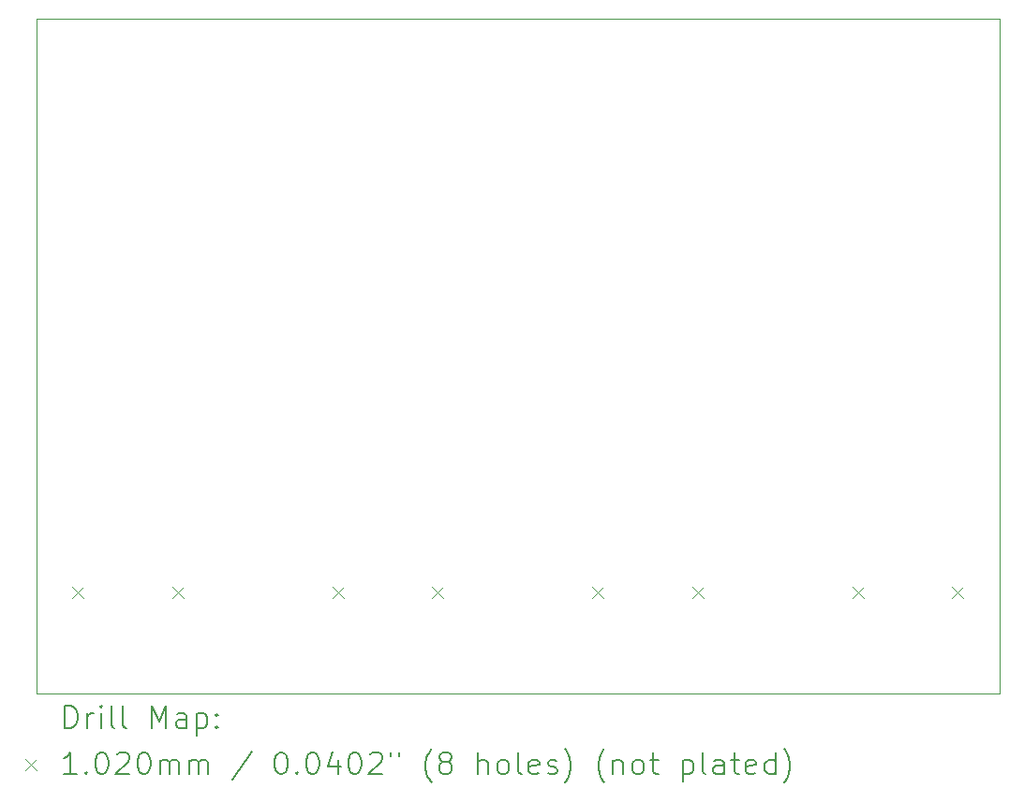
<source format=gbr>
%TF.GenerationSoftware,KiCad,Pcbnew,9.0.0*%
%TF.CreationDate,2025-04-09T17:39:04-07:00*%
%TF.ProjectId,Load Cell Amp Board,4c6f6164-2043-4656-9c6c-20416d702042,rev?*%
%TF.SameCoordinates,Original*%
%TF.FileFunction,Drillmap*%
%TF.FilePolarity,Positive*%
%FSLAX45Y45*%
G04 Gerber Fmt 4.5, Leading zero omitted, Abs format (unit mm)*
G04 Created by KiCad (PCBNEW 9.0.0) date 2025-04-09 17:39:04*
%MOMM*%
%LPD*%
G01*
G04 APERTURE LIST*
%ADD10C,0.050000*%
%ADD11C,0.200000*%
%ADD12C,0.102000*%
G04 APERTURE END LIST*
D10*
X11180544Y-7579456D02*
X19880544Y-7579456D01*
X19880544Y-13679456D01*
X11180544Y-13679456D01*
X11180544Y-7579456D01*
D11*
D12*
X11504544Y-12720544D02*
X11606544Y-12822544D01*
X11606544Y-12720544D02*
X11504544Y-12822544D01*
X12404544Y-12720544D02*
X12506544Y-12822544D01*
X12506544Y-12720544D02*
X12404544Y-12822544D01*
X13854544Y-12720544D02*
X13956544Y-12822544D01*
X13956544Y-12720544D02*
X13854544Y-12822544D01*
X14754544Y-12720544D02*
X14856544Y-12822544D01*
X14856544Y-12720544D02*
X14754544Y-12822544D01*
X16204544Y-12720544D02*
X16306544Y-12822544D01*
X16306544Y-12720544D02*
X16204544Y-12822544D01*
X17104544Y-12720544D02*
X17206544Y-12822544D01*
X17206544Y-12720544D02*
X17104544Y-12822544D01*
X18554544Y-12720544D02*
X18656544Y-12822544D01*
X18656544Y-12720544D02*
X18554544Y-12822544D01*
X19454544Y-12720544D02*
X19556544Y-12822544D01*
X19556544Y-12720544D02*
X19454544Y-12822544D01*
D11*
X11438820Y-13993440D02*
X11438820Y-13793440D01*
X11438820Y-13793440D02*
X11486439Y-13793440D01*
X11486439Y-13793440D02*
X11515011Y-13802964D01*
X11515011Y-13802964D02*
X11534059Y-13822011D01*
X11534059Y-13822011D02*
X11543582Y-13841059D01*
X11543582Y-13841059D02*
X11553106Y-13879154D01*
X11553106Y-13879154D02*
X11553106Y-13907726D01*
X11553106Y-13907726D02*
X11543582Y-13945821D01*
X11543582Y-13945821D02*
X11534059Y-13964868D01*
X11534059Y-13964868D02*
X11515011Y-13983916D01*
X11515011Y-13983916D02*
X11486439Y-13993440D01*
X11486439Y-13993440D02*
X11438820Y-13993440D01*
X11638820Y-13993440D02*
X11638820Y-13860107D01*
X11638820Y-13898202D02*
X11648344Y-13879154D01*
X11648344Y-13879154D02*
X11657868Y-13869630D01*
X11657868Y-13869630D02*
X11676916Y-13860107D01*
X11676916Y-13860107D02*
X11695963Y-13860107D01*
X11762630Y-13993440D02*
X11762630Y-13860107D01*
X11762630Y-13793440D02*
X11753106Y-13802964D01*
X11753106Y-13802964D02*
X11762630Y-13812488D01*
X11762630Y-13812488D02*
X11772154Y-13802964D01*
X11772154Y-13802964D02*
X11762630Y-13793440D01*
X11762630Y-13793440D02*
X11762630Y-13812488D01*
X11886439Y-13993440D02*
X11867392Y-13983916D01*
X11867392Y-13983916D02*
X11857868Y-13964868D01*
X11857868Y-13964868D02*
X11857868Y-13793440D01*
X11991201Y-13993440D02*
X11972154Y-13983916D01*
X11972154Y-13983916D02*
X11962630Y-13964868D01*
X11962630Y-13964868D02*
X11962630Y-13793440D01*
X12219773Y-13993440D02*
X12219773Y-13793440D01*
X12219773Y-13793440D02*
X12286440Y-13936297D01*
X12286440Y-13936297D02*
X12353106Y-13793440D01*
X12353106Y-13793440D02*
X12353106Y-13993440D01*
X12534059Y-13993440D02*
X12534059Y-13888678D01*
X12534059Y-13888678D02*
X12524535Y-13869630D01*
X12524535Y-13869630D02*
X12505487Y-13860107D01*
X12505487Y-13860107D02*
X12467392Y-13860107D01*
X12467392Y-13860107D02*
X12448344Y-13869630D01*
X12534059Y-13983916D02*
X12515011Y-13993440D01*
X12515011Y-13993440D02*
X12467392Y-13993440D01*
X12467392Y-13993440D02*
X12448344Y-13983916D01*
X12448344Y-13983916D02*
X12438820Y-13964868D01*
X12438820Y-13964868D02*
X12438820Y-13945821D01*
X12438820Y-13945821D02*
X12448344Y-13926773D01*
X12448344Y-13926773D02*
X12467392Y-13917249D01*
X12467392Y-13917249D02*
X12515011Y-13917249D01*
X12515011Y-13917249D02*
X12534059Y-13907726D01*
X12629297Y-13860107D02*
X12629297Y-14060107D01*
X12629297Y-13869630D02*
X12648344Y-13860107D01*
X12648344Y-13860107D02*
X12686440Y-13860107D01*
X12686440Y-13860107D02*
X12705487Y-13869630D01*
X12705487Y-13869630D02*
X12715011Y-13879154D01*
X12715011Y-13879154D02*
X12724535Y-13898202D01*
X12724535Y-13898202D02*
X12724535Y-13955345D01*
X12724535Y-13955345D02*
X12715011Y-13974392D01*
X12715011Y-13974392D02*
X12705487Y-13983916D01*
X12705487Y-13983916D02*
X12686440Y-13993440D01*
X12686440Y-13993440D02*
X12648344Y-13993440D01*
X12648344Y-13993440D02*
X12629297Y-13983916D01*
X12810249Y-13974392D02*
X12819773Y-13983916D01*
X12819773Y-13983916D02*
X12810249Y-13993440D01*
X12810249Y-13993440D02*
X12800725Y-13983916D01*
X12800725Y-13983916D02*
X12810249Y-13974392D01*
X12810249Y-13974392D02*
X12810249Y-13993440D01*
X12810249Y-13869630D02*
X12819773Y-13879154D01*
X12819773Y-13879154D02*
X12810249Y-13888678D01*
X12810249Y-13888678D02*
X12800725Y-13879154D01*
X12800725Y-13879154D02*
X12810249Y-13869630D01*
X12810249Y-13869630D02*
X12810249Y-13888678D01*
D12*
X11076044Y-14270956D02*
X11178044Y-14372956D01*
X11178044Y-14270956D02*
X11076044Y-14372956D01*
D11*
X11543582Y-14413440D02*
X11429297Y-14413440D01*
X11486439Y-14413440D02*
X11486439Y-14213440D01*
X11486439Y-14213440D02*
X11467392Y-14242011D01*
X11467392Y-14242011D02*
X11448344Y-14261059D01*
X11448344Y-14261059D02*
X11429297Y-14270583D01*
X11629297Y-14394392D02*
X11638820Y-14403916D01*
X11638820Y-14403916D02*
X11629297Y-14413440D01*
X11629297Y-14413440D02*
X11619773Y-14403916D01*
X11619773Y-14403916D02*
X11629297Y-14394392D01*
X11629297Y-14394392D02*
X11629297Y-14413440D01*
X11762630Y-14213440D02*
X11781678Y-14213440D01*
X11781678Y-14213440D02*
X11800725Y-14222964D01*
X11800725Y-14222964D02*
X11810249Y-14232488D01*
X11810249Y-14232488D02*
X11819773Y-14251535D01*
X11819773Y-14251535D02*
X11829297Y-14289630D01*
X11829297Y-14289630D02*
X11829297Y-14337249D01*
X11829297Y-14337249D02*
X11819773Y-14375345D01*
X11819773Y-14375345D02*
X11810249Y-14394392D01*
X11810249Y-14394392D02*
X11800725Y-14403916D01*
X11800725Y-14403916D02*
X11781678Y-14413440D01*
X11781678Y-14413440D02*
X11762630Y-14413440D01*
X11762630Y-14413440D02*
X11743582Y-14403916D01*
X11743582Y-14403916D02*
X11734059Y-14394392D01*
X11734059Y-14394392D02*
X11724535Y-14375345D01*
X11724535Y-14375345D02*
X11715011Y-14337249D01*
X11715011Y-14337249D02*
X11715011Y-14289630D01*
X11715011Y-14289630D02*
X11724535Y-14251535D01*
X11724535Y-14251535D02*
X11734059Y-14232488D01*
X11734059Y-14232488D02*
X11743582Y-14222964D01*
X11743582Y-14222964D02*
X11762630Y-14213440D01*
X11905487Y-14232488D02*
X11915011Y-14222964D01*
X11915011Y-14222964D02*
X11934059Y-14213440D01*
X11934059Y-14213440D02*
X11981678Y-14213440D01*
X11981678Y-14213440D02*
X12000725Y-14222964D01*
X12000725Y-14222964D02*
X12010249Y-14232488D01*
X12010249Y-14232488D02*
X12019773Y-14251535D01*
X12019773Y-14251535D02*
X12019773Y-14270583D01*
X12019773Y-14270583D02*
X12010249Y-14299154D01*
X12010249Y-14299154D02*
X11895963Y-14413440D01*
X11895963Y-14413440D02*
X12019773Y-14413440D01*
X12143582Y-14213440D02*
X12162630Y-14213440D01*
X12162630Y-14213440D02*
X12181678Y-14222964D01*
X12181678Y-14222964D02*
X12191201Y-14232488D01*
X12191201Y-14232488D02*
X12200725Y-14251535D01*
X12200725Y-14251535D02*
X12210249Y-14289630D01*
X12210249Y-14289630D02*
X12210249Y-14337249D01*
X12210249Y-14337249D02*
X12200725Y-14375345D01*
X12200725Y-14375345D02*
X12191201Y-14394392D01*
X12191201Y-14394392D02*
X12181678Y-14403916D01*
X12181678Y-14403916D02*
X12162630Y-14413440D01*
X12162630Y-14413440D02*
X12143582Y-14413440D01*
X12143582Y-14413440D02*
X12124535Y-14403916D01*
X12124535Y-14403916D02*
X12115011Y-14394392D01*
X12115011Y-14394392D02*
X12105487Y-14375345D01*
X12105487Y-14375345D02*
X12095963Y-14337249D01*
X12095963Y-14337249D02*
X12095963Y-14289630D01*
X12095963Y-14289630D02*
X12105487Y-14251535D01*
X12105487Y-14251535D02*
X12115011Y-14232488D01*
X12115011Y-14232488D02*
X12124535Y-14222964D01*
X12124535Y-14222964D02*
X12143582Y-14213440D01*
X12295963Y-14413440D02*
X12295963Y-14280107D01*
X12295963Y-14299154D02*
X12305487Y-14289630D01*
X12305487Y-14289630D02*
X12324535Y-14280107D01*
X12324535Y-14280107D02*
X12353106Y-14280107D01*
X12353106Y-14280107D02*
X12372154Y-14289630D01*
X12372154Y-14289630D02*
X12381678Y-14308678D01*
X12381678Y-14308678D02*
X12381678Y-14413440D01*
X12381678Y-14308678D02*
X12391201Y-14289630D01*
X12391201Y-14289630D02*
X12410249Y-14280107D01*
X12410249Y-14280107D02*
X12438820Y-14280107D01*
X12438820Y-14280107D02*
X12457868Y-14289630D01*
X12457868Y-14289630D02*
X12467392Y-14308678D01*
X12467392Y-14308678D02*
X12467392Y-14413440D01*
X12562630Y-14413440D02*
X12562630Y-14280107D01*
X12562630Y-14299154D02*
X12572154Y-14289630D01*
X12572154Y-14289630D02*
X12591201Y-14280107D01*
X12591201Y-14280107D02*
X12619773Y-14280107D01*
X12619773Y-14280107D02*
X12638821Y-14289630D01*
X12638821Y-14289630D02*
X12648344Y-14308678D01*
X12648344Y-14308678D02*
X12648344Y-14413440D01*
X12648344Y-14308678D02*
X12657868Y-14289630D01*
X12657868Y-14289630D02*
X12676916Y-14280107D01*
X12676916Y-14280107D02*
X12705487Y-14280107D01*
X12705487Y-14280107D02*
X12724535Y-14289630D01*
X12724535Y-14289630D02*
X12734059Y-14308678D01*
X12734059Y-14308678D02*
X12734059Y-14413440D01*
X13124535Y-14203916D02*
X12953106Y-14461059D01*
X13381678Y-14213440D02*
X13400725Y-14213440D01*
X13400725Y-14213440D02*
X13419773Y-14222964D01*
X13419773Y-14222964D02*
X13429297Y-14232488D01*
X13429297Y-14232488D02*
X13438821Y-14251535D01*
X13438821Y-14251535D02*
X13448344Y-14289630D01*
X13448344Y-14289630D02*
X13448344Y-14337249D01*
X13448344Y-14337249D02*
X13438821Y-14375345D01*
X13438821Y-14375345D02*
X13429297Y-14394392D01*
X13429297Y-14394392D02*
X13419773Y-14403916D01*
X13419773Y-14403916D02*
X13400725Y-14413440D01*
X13400725Y-14413440D02*
X13381678Y-14413440D01*
X13381678Y-14413440D02*
X13362630Y-14403916D01*
X13362630Y-14403916D02*
X13353106Y-14394392D01*
X13353106Y-14394392D02*
X13343583Y-14375345D01*
X13343583Y-14375345D02*
X13334059Y-14337249D01*
X13334059Y-14337249D02*
X13334059Y-14289630D01*
X13334059Y-14289630D02*
X13343583Y-14251535D01*
X13343583Y-14251535D02*
X13353106Y-14232488D01*
X13353106Y-14232488D02*
X13362630Y-14222964D01*
X13362630Y-14222964D02*
X13381678Y-14213440D01*
X13534059Y-14394392D02*
X13543583Y-14403916D01*
X13543583Y-14403916D02*
X13534059Y-14413440D01*
X13534059Y-14413440D02*
X13524535Y-14403916D01*
X13524535Y-14403916D02*
X13534059Y-14394392D01*
X13534059Y-14394392D02*
X13534059Y-14413440D01*
X13667392Y-14213440D02*
X13686440Y-14213440D01*
X13686440Y-14213440D02*
X13705487Y-14222964D01*
X13705487Y-14222964D02*
X13715011Y-14232488D01*
X13715011Y-14232488D02*
X13724535Y-14251535D01*
X13724535Y-14251535D02*
X13734059Y-14289630D01*
X13734059Y-14289630D02*
X13734059Y-14337249D01*
X13734059Y-14337249D02*
X13724535Y-14375345D01*
X13724535Y-14375345D02*
X13715011Y-14394392D01*
X13715011Y-14394392D02*
X13705487Y-14403916D01*
X13705487Y-14403916D02*
X13686440Y-14413440D01*
X13686440Y-14413440D02*
X13667392Y-14413440D01*
X13667392Y-14413440D02*
X13648344Y-14403916D01*
X13648344Y-14403916D02*
X13638821Y-14394392D01*
X13638821Y-14394392D02*
X13629297Y-14375345D01*
X13629297Y-14375345D02*
X13619773Y-14337249D01*
X13619773Y-14337249D02*
X13619773Y-14289630D01*
X13619773Y-14289630D02*
X13629297Y-14251535D01*
X13629297Y-14251535D02*
X13638821Y-14232488D01*
X13638821Y-14232488D02*
X13648344Y-14222964D01*
X13648344Y-14222964D02*
X13667392Y-14213440D01*
X13905487Y-14280107D02*
X13905487Y-14413440D01*
X13857868Y-14203916D02*
X13810249Y-14346773D01*
X13810249Y-14346773D02*
X13934059Y-14346773D01*
X14048344Y-14213440D02*
X14067392Y-14213440D01*
X14067392Y-14213440D02*
X14086440Y-14222964D01*
X14086440Y-14222964D02*
X14095964Y-14232488D01*
X14095964Y-14232488D02*
X14105487Y-14251535D01*
X14105487Y-14251535D02*
X14115011Y-14289630D01*
X14115011Y-14289630D02*
X14115011Y-14337249D01*
X14115011Y-14337249D02*
X14105487Y-14375345D01*
X14105487Y-14375345D02*
X14095964Y-14394392D01*
X14095964Y-14394392D02*
X14086440Y-14403916D01*
X14086440Y-14403916D02*
X14067392Y-14413440D01*
X14067392Y-14413440D02*
X14048344Y-14413440D01*
X14048344Y-14413440D02*
X14029297Y-14403916D01*
X14029297Y-14403916D02*
X14019773Y-14394392D01*
X14019773Y-14394392D02*
X14010249Y-14375345D01*
X14010249Y-14375345D02*
X14000725Y-14337249D01*
X14000725Y-14337249D02*
X14000725Y-14289630D01*
X14000725Y-14289630D02*
X14010249Y-14251535D01*
X14010249Y-14251535D02*
X14019773Y-14232488D01*
X14019773Y-14232488D02*
X14029297Y-14222964D01*
X14029297Y-14222964D02*
X14048344Y-14213440D01*
X14191202Y-14232488D02*
X14200725Y-14222964D01*
X14200725Y-14222964D02*
X14219773Y-14213440D01*
X14219773Y-14213440D02*
X14267392Y-14213440D01*
X14267392Y-14213440D02*
X14286440Y-14222964D01*
X14286440Y-14222964D02*
X14295964Y-14232488D01*
X14295964Y-14232488D02*
X14305487Y-14251535D01*
X14305487Y-14251535D02*
X14305487Y-14270583D01*
X14305487Y-14270583D02*
X14295964Y-14299154D01*
X14295964Y-14299154D02*
X14181678Y-14413440D01*
X14181678Y-14413440D02*
X14305487Y-14413440D01*
X14381678Y-14213440D02*
X14381678Y-14251535D01*
X14457868Y-14213440D02*
X14457868Y-14251535D01*
X14753107Y-14489630D02*
X14743583Y-14480107D01*
X14743583Y-14480107D02*
X14724535Y-14451535D01*
X14724535Y-14451535D02*
X14715011Y-14432488D01*
X14715011Y-14432488D02*
X14705487Y-14403916D01*
X14705487Y-14403916D02*
X14695964Y-14356297D01*
X14695964Y-14356297D02*
X14695964Y-14318202D01*
X14695964Y-14318202D02*
X14705487Y-14270583D01*
X14705487Y-14270583D02*
X14715011Y-14242011D01*
X14715011Y-14242011D02*
X14724535Y-14222964D01*
X14724535Y-14222964D02*
X14743583Y-14194392D01*
X14743583Y-14194392D02*
X14753107Y-14184868D01*
X14857868Y-14299154D02*
X14838821Y-14289630D01*
X14838821Y-14289630D02*
X14829297Y-14280107D01*
X14829297Y-14280107D02*
X14819773Y-14261059D01*
X14819773Y-14261059D02*
X14819773Y-14251535D01*
X14819773Y-14251535D02*
X14829297Y-14232488D01*
X14829297Y-14232488D02*
X14838821Y-14222964D01*
X14838821Y-14222964D02*
X14857868Y-14213440D01*
X14857868Y-14213440D02*
X14895964Y-14213440D01*
X14895964Y-14213440D02*
X14915011Y-14222964D01*
X14915011Y-14222964D02*
X14924535Y-14232488D01*
X14924535Y-14232488D02*
X14934059Y-14251535D01*
X14934059Y-14251535D02*
X14934059Y-14261059D01*
X14934059Y-14261059D02*
X14924535Y-14280107D01*
X14924535Y-14280107D02*
X14915011Y-14289630D01*
X14915011Y-14289630D02*
X14895964Y-14299154D01*
X14895964Y-14299154D02*
X14857868Y-14299154D01*
X14857868Y-14299154D02*
X14838821Y-14308678D01*
X14838821Y-14308678D02*
X14829297Y-14318202D01*
X14829297Y-14318202D02*
X14819773Y-14337249D01*
X14819773Y-14337249D02*
X14819773Y-14375345D01*
X14819773Y-14375345D02*
X14829297Y-14394392D01*
X14829297Y-14394392D02*
X14838821Y-14403916D01*
X14838821Y-14403916D02*
X14857868Y-14413440D01*
X14857868Y-14413440D02*
X14895964Y-14413440D01*
X14895964Y-14413440D02*
X14915011Y-14403916D01*
X14915011Y-14403916D02*
X14924535Y-14394392D01*
X14924535Y-14394392D02*
X14934059Y-14375345D01*
X14934059Y-14375345D02*
X14934059Y-14337249D01*
X14934059Y-14337249D02*
X14924535Y-14318202D01*
X14924535Y-14318202D02*
X14915011Y-14308678D01*
X14915011Y-14308678D02*
X14895964Y-14299154D01*
X15172154Y-14413440D02*
X15172154Y-14213440D01*
X15257868Y-14413440D02*
X15257868Y-14308678D01*
X15257868Y-14308678D02*
X15248345Y-14289630D01*
X15248345Y-14289630D02*
X15229297Y-14280107D01*
X15229297Y-14280107D02*
X15200726Y-14280107D01*
X15200726Y-14280107D02*
X15181678Y-14289630D01*
X15181678Y-14289630D02*
X15172154Y-14299154D01*
X15381678Y-14413440D02*
X15362630Y-14403916D01*
X15362630Y-14403916D02*
X15353107Y-14394392D01*
X15353107Y-14394392D02*
X15343583Y-14375345D01*
X15343583Y-14375345D02*
X15343583Y-14318202D01*
X15343583Y-14318202D02*
X15353107Y-14299154D01*
X15353107Y-14299154D02*
X15362630Y-14289630D01*
X15362630Y-14289630D02*
X15381678Y-14280107D01*
X15381678Y-14280107D02*
X15410249Y-14280107D01*
X15410249Y-14280107D02*
X15429297Y-14289630D01*
X15429297Y-14289630D02*
X15438821Y-14299154D01*
X15438821Y-14299154D02*
X15448345Y-14318202D01*
X15448345Y-14318202D02*
X15448345Y-14375345D01*
X15448345Y-14375345D02*
X15438821Y-14394392D01*
X15438821Y-14394392D02*
X15429297Y-14403916D01*
X15429297Y-14403916D02*
X15410249Y-14413440D01*
X15410249Y-14413440D02*
X15381678Y-14413440D01*
X15562630Y-14413440D02*
X15543583Y-14403916D01*
X15543583Y-14403916D02*
X15534059Y-14384868D01*
X15534059Y-14384868D02*
X15534059Y-14213440D01*
X15715011Y-14403916D02*
X15695964Y-14413440D01*
X15695964Y-14413440D02*
X15657868Y-14413440D01*
X15657868Y-14413440D02*
X15638821Y-14403916D01*
X15638821Y-14403916D02*
X15629297Y-14384868D01*
X15629297Y-14384868D02*
X15629297Y-14308678D01*
X15629297Y-14308678D02*
X15638821Y-14289630D01*
X15638821Y-14289630D02*
X15657868Y-14280107D01*
X15657868Y-14280107D02*
X15695964Y-14280107D01*
X15695964Y-14280107D02*
X15715011Y-14289630D01*
X15715011Y-14289630D02*
X15724535Y-14308678D01*
X15724535Y-14308678D02*
X15724535Y-14327726D01*
X15724535Y-14327726D02*
X15629297Y-14346773D01*
X15800726Y-14403916D02*
X15819773Y-14413440D01*
X15819773Y-14413440D02*
X15857868Y-14413440D01*
X15857868Y-14413440D02*
X15876916Y-14403916D01*
X15876916Y-14403916D02*
X15886440Y-14384868D01*
X15886440Y-14384868D02*
X15886440Y-14375345D01*
X15886440Y-14375345D02*
X15876916Y-14356297D01*
X15876916Y-14356297D02*
X15857868Y-14346773D01*
X15857868Y-14346773D02*
X15829297Y-14346773D01*
X15829297Y-14346773D02*
X15810249Y-14337249D01*
X15810249Y-14337249D02*
X15800726Y-14318202D01*
X15800726Y-14318202D02*
X15800726Y-14308678D01*
X15800726Y-14308678D02*
X15810249Y-14289630D01*
X15810249Y-14289630D02*
X15829297Y-14280107D01*
X15829297Y-14280107D02*
X15857868Y-14280107D01*
X15857868Y-14280107D02*
X15876916Y-14289630D01*
X15953107Y-14489630D02*
X15962630Y-14480107D01*
X15962630Y-14480107D02*
X15981678Y-14451535D01*
X15981678Y-14451535D02*
X15991202Y-14432488D01*
X15991202Y-14432488D02*
X16000726Y-14403916D01*
X16000726Y-14403916D02*
X16010249Y-14356297D01*
X16010249Y-14356297D02*
X16010249Y-14318202D01*
X16010249Y-14318202D02*
X16000726Y-14270583D01*
X16000726Y-14270583D02*
X15991202Y-14242011D01*
X15991202Y-14242011D02*
X15981678Y-14222964D01*
X15981678Y-14222964D02*
X15962630Y-14194392D01*
X15962630Y-14194392D02*
X15953107Y-14184868D01*
X16315011Y-14489630D02*
X16305488Y-14480107D01*
X16305488Y-14480107D02*
X16286440Y-14451535D01*
X16286440Y-14451535D02*
X16276916Y-14432488D01*
X16276916Y-14432488D02*
X16267392Y-14403916D01*
X16267392Y-14403916D02*
X16257869Y-14356297D01*
X16257869Y-14356297D02*
X16257869Y-14318202D01*
X16257869Y-14318202D02*
X16267392Y-14270583D01*
X16267392Y-14270583D02*
X16276916Y-14242011D01*
X16276916Y-14242011D02*
X16286440Y-14222964D01*
X16286440Y-14222964D02*
X16305488Y-14194392D01*
X16305488Y-14194392D02*
X16315011Y-14184868D01*
X16391202Y-14280107D02*
X16391202Y-14413440D01*
X16391202Y-14299154D02*
X16400726Y-14289630D01*
X16400726Y-14289630D02*
X16419773Y-14280107D01*
X16419773Y-14280107D02*
X16448345Y-14280107D01*
X16448345Y-14280107D02*
X16467392Y-14289630D01*
X16467392Y-14289630D02*
X16476916Y-14308678D01*
X16476916Y-14308678D02*
X16476916Y-14413440D01*
X16600726Y-14413440D02*
X16581678Y-14403916D01*
X16581678Y-14403916D02*
X16572154Y-14394392D01*
X16572154Y-14394392D02*
X16562630Y-14375345D01*
X16562630Y-14375345D02*
X16562630Y-14318202D01*
X16562630Y-14318202D02*
X16572154Y-14299154D01*
X16572154Y-14299154D02*
X16581678Y-14289630D01*
X16581678Y-14289630D02*
X16600726Y-14280107D01*
X16600726Y-14280107D02*
X16629297Y-14280107D01*
X16629297Y-14280107D02*
X16648345Y-14289630D01*
X16648345Y-14289630D02*
X16657869Y-14299154D01*
X16657869Y-14299154D02*
X16667392Y-14318202D01*
X16667392Y-14318202D02*
X16667392Y-14375345D01*
X16667392Y-14375345D02*
X16657869Y-14394392D01*
X16657869Y-14394392D02*
X16648345Y-14403916D01*
X16648345Y-14403916D02*
X16629297Y-14413440D01*
X16629297Y-14413440D02*
X16600726Y-14413440D01*
X16724535Y-14280107D02*
X16800726Y-14280107D01*
X16753107Y-14213440D02*
X16753107Y-14384868D01*
X16753107Y-14384868D02*
X16762630Y-14403916D01*
X16762630Y-14403916D02*
X16781678Y-14413440D01*
X16781678Y-14413440D02*
X16800726Y-14413440D01*
X17019773Y-14280107D02*
X17019773Y-14480107D01*
X17019773Y-14289630D02*
X17038821Y-14280107D01*
X17038821Y-14280107D02*
X17076916Y-14280107D01*
X17076916Y-14280107D02*
X17095964Y-14289630D01*
X17095964Y-14289630D02*
X17105488Y-14299154D01*
X17105488Y-14299154D02*
X17115012Y-14318202D01*
X17115012Y-14318202D02*
X17115012Y-14375345D01*
X17115012Y-14375345D02*
X17105488Y-14394392D01*
X17105488Y-14394392D02*
X17095964Y-14403916D01*
X17095964Y-14403916D02*
X17076916Y-14413440D01*
X17076916Y-14413440D02*
X17038821Y-14413440D01*
X17038821Y-14413440D02*
X17019773Y-14403916D01*
X17229297Y-14413440D02*
X17210250Y-14403916D01*
X17210250Y-14403916D02*
X17200726Y-14384868D01*
X17200726Y-14384868D02*
X17200726Y-14213440D01*
X17391202Y-14413440D02*
X17391202Y-14308678D01*
X17391202Y-14308678D02*
X17381678Y-14289630D01*
X17381678Y-14289630D02*
X17362631Y-14280107D01*
X17362631Y-14280107D02*
X17324535Y-14280107D01*
X17324535Y-14280107D02*
X17305488Y-14289630D01*
X17391202Y-14403916D02*
X17372154Y-14413440D01*
X17372154Y-14413440D02*
X17324535Y-14413440D01*
X17324535Y-14413440D02*
X17305488Y-14403916D01*
X17305488Y-14403916D02*
X17295964Y-14384868D01*
X17295964Y-14384868D02*
X17295964Y-14365821D01*
X17295964Y-14365821D02*
X17305488Y-14346773D01*
X17305488Y-14346773D02*
X17324535Y-14337249D01*
X17324535Y-14337249D02*
X17372154Y-14337249D01*
X17372154Y-14337249D02*
X17391202Y-14327726D01*
X17457869Y-14280107D02*
X17534059Y-14280107D01*
X17486440Y-14213440D02*
X17486440Y-14384868D01*
X17486440Y-14384868D02*
X17495964Y-14403916D01*
X17495964Y-14403916D02*
X17515012Y-14413440D01*
X17515012Y-14413440D02*
X17534059Y-14413440D01*
X17676916Y-14403916D02*
X17657869Y-14413440D01*
X17657869Y-14413440D02*
X17619773Y-14413440D01*
X17619773Y-14413440D02*
X17600726Y-14403916D01*
X17600726Y-14403916D02*
X17591202Y-14384868D01*
X17591202Y-14384868D02*
X17591202Y-14308678D01*
X17591202Y-14308678D02*
X17600726Y-14289630D01*
X17600726Y-14289630D02*
X17619773Y-14280107D01*
X17619773Y-14280107D02*
X17657869Y-14280107D01*
X17657869Y-14280107D02*
X17676916Y-14289630D01*
X17676916Y-14289630D02*
X17686440Y-14308678D01*
X17686440Y-14308678D02*
X17686440Y-14327726D01*
X17686440Y-14327726D02*
X17591202Y-14346773D01*
X17857869Y-14413440D02*
X17857869Y-14213440D01*
X17857869Y-14403916D02*
X17838821Y-14413440D01*
X17838821Y-14413440D02*
X17800726Y-14413440D01*
X17800726Y-14413440D02*
X17781678Y-14403916D01*
X17781678Y-14403916D02*
X17772154Y-14394392D01*
X17772154Y-14394392D02*
X17762631Y-14375345D01*
X17762631Y-14375345D02*
X17762631Y-14318202D01*
X17762631Y-14318202D02*
X17772154Y-14299154D01*
X17772154Y-14299154D02*
X17781678Y-14289630D01*
X17781678Y-14289630D02*
X17800726Y-14280107D01*
X17800726Y-14280107D02*
X17838821Y-14280107D01*
X17838821Y-14280107D02*
X17857869Y-14289630D01*
X17934059Y-14489630D02*
X17943583Y-14480107D01*
X17943583Y-14480107D02*
X17962631Y-14451535D01*
X17962631Y-14451535D02*
X17972154Y-14432488D01*
X17972154Y-14432488D02*
X17981678Y-14403916D01*
X17981678Y-14403916D02*
X17991202Y-14356297D01*
X17991202Y-14356297D02*
X17991202Y-14318202D01*
X17991202Y-14318202D02*
X17981678Y-14270583D01*
X17981678Y-14270583D02*
X17972154Y-14242011D01*
X17972154Y-14242011D02*
X17962631Y-14222964D01*
X17962631Y-14222964D02*
X17943583Y-14194392D01*
X17943583Y-14194392D02*
X17934059Y-14184868D01*
M02*

</source>
